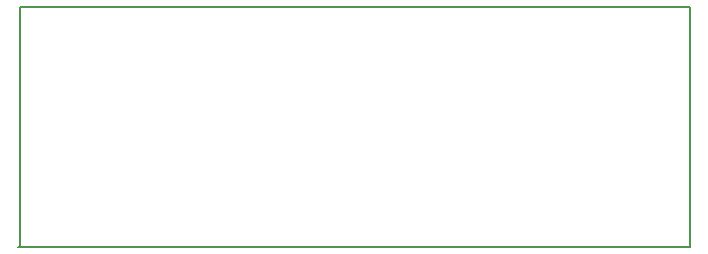
<source format=gbr>
%TF.GenerationSoftware,Altium Limited,Altium Designer,20.0.9 (164)*%
G04 Layer_Color=16711935*
%FSLAX45Y45*%
%MOMM*%
%TF.FileFunction,Other,Mechanical_1*%
%TF.Part,Single*%
G01*
G75*
%TA.AperFunction,NonConductor*%
%ADD12C,0.20000*%
D12*
X12700Y2030100D02*
X5689600D01*
Y0D02*
Y2030100D01*
X0Y0D02*
X5689600D01*
X12700D02*
Y2030100D01*
%TF.MD5,b646ffdcc1b2fa6999d9ebc00efd5e02*%
M02*

</source>
